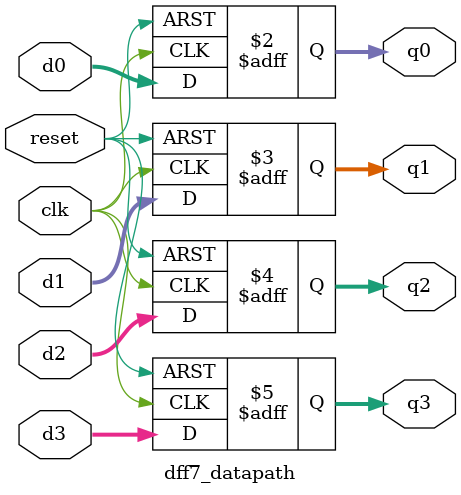
<source format=v>
`timescale 1ns / 1ps


module dff7_datapath(
    input  wire        clk,
    input  wire        reset,
    input  wire [31:0] d0,
    input  wire [31:0] d1,
    input  wire [4:0]  d2,
    input  wire [31:0] d3,
    output reg  [31:0] q0,
    output reg  [31:0] q1,
    output reg  [4:0]  q2,
    output reg  [31:0] q3
);
    always @(posedge clk or posedge reset) begin
        if (reset) begin
            q0 <= 0;
            q1 <= 0;
            q2 <= 0;
            q3 <= 0;
        end else begin
            q0 <= d0;
            q1 <= d1;
            q2 <= d2;
            q3 <= d3;
        end
    end
endmodule

</source>
